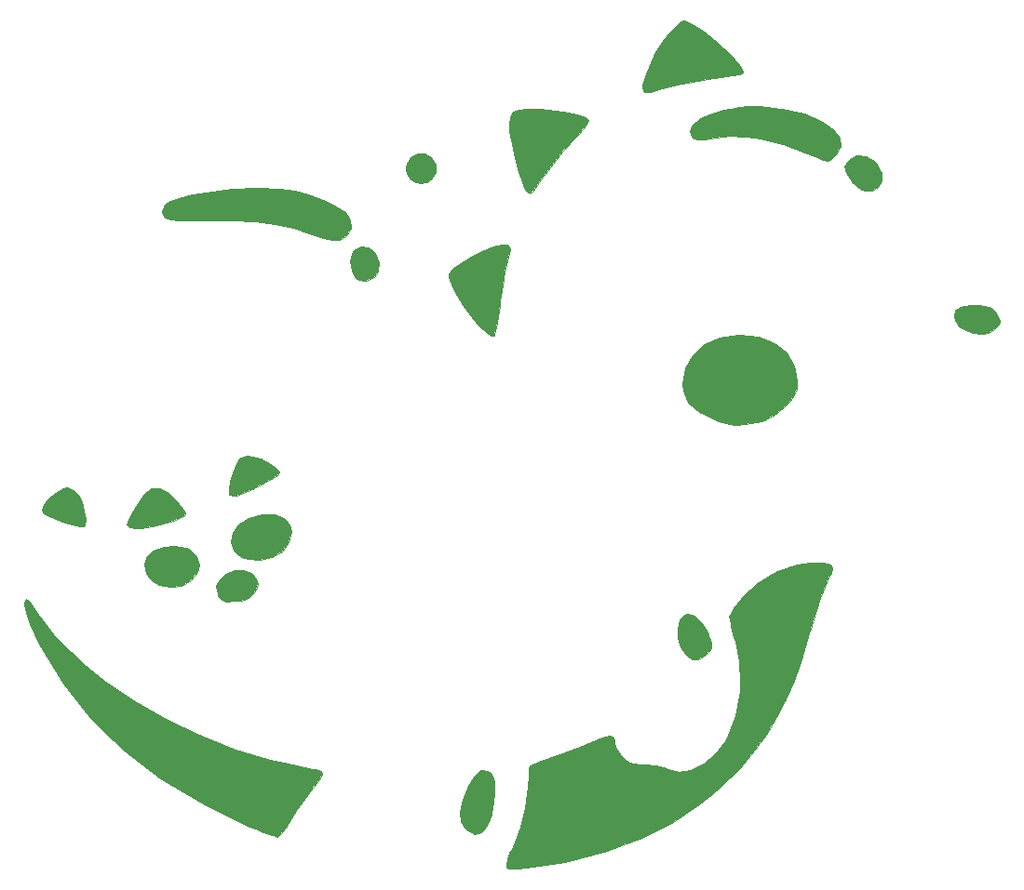
<source format=gbr>
G04 #@! TF.GenerationSoftware,KiCad,Pcbnew,5.1.3-ffb9f22~84~ubuntu18.04.1*
G04 #@! TF.CreationDate,2019-09-02T17:53:29+02:00*
G04 #@! TF.ProjectId,drac_badge,64726163-5f62-4616-9467-652e6b696361,rev?*
G04 #@! TF.SameCoordinates,Original*
G04 #@! TF.FileFunction,Soldermask,Top*
G04 #@! TF.FilePolarity,Negative*
%FSLAX46Y46*%
G04 Gerber Fmt 4.6, Leading zero omitted, Abs format (unit mm)*
G04 Created by KiCad (PCBNEW 5.1.3-ffb9f22~84~ubuntu18.04.1) date 2019-09-02 17:53:29*
%MOMM*%
%LPD*%
G04 APERTURE LIST*
%ADD10C,0.010000*%
%ADD11C,0.100000*%
G04 APERTURE END LIST*
D10*
G36*
X65075263Y-4975730D02*
G01*
X65791403Y-5341480D01*
X66681134Y-5919857D01*
X67640501Y-6629828D01*
X68565544Y-7390359D01*
X69352308Y-8120415D01*
X69896833Y-8738964D01*
X70095263Y-9158562D01*
X69843697Y-9496021D01*
X69137396Y-9722745D01*
X68048954Y-9816692D01*
X67923757Y-9817928D01*
X67245172Y-9885516D01*
X66218805Y-10064043D01*
X65012353Y-10322233D01*
X64320415Y-10490000D01*
X63045439Y-10811578D01*
X62194769Y-11015024D01*
X61674457Y-11113957D01*
X61390557Y-11122000D01*
X61249122Y-11052773D01*
X61172619Y-10946385D01*
X61170626Y-10506251D01*
X61424055Y-9750264D01*
X61868363Y-8791016D01*
X62439004Y-7741100D01*
X63071435Y-6713107D01*
X63701111Y-5819630D01*
X64263489Y-5173261D01*
X64636672Y-4903641D01*
X65075263Y-4975730D01*
X65075263Y-4975730D01*
G37*
X65075263Y-4975730D02*
X65791403Y-5341480D01*
X66681134Y-5919857D01*
X67640501Y-6629828D01*
X68565544Y-7390359D01*
X69352308Y-8120415D01*
X69896833Y-8738964D01*
X70095263Y-9158562D01*
X69843697Y-9496021D01*
X69137396Y-9722745D01*
X68048954Y-9816692D01*
X67923757Y-9817928D01*
X67245172Y-9885516D01*
X66218805Y-10064043D01*
X65012353Y-10322233D01*
X64320415Y-10490000D01*
X63045439Y-10811578D01*
X62194769Y-11015024D01*
X61674457Y-11113957D01*
X61390557Y-11122000D01*
X61249122Y-11052773D01*
X61172619Y-10946385D01*
X61170626Y-10506251D01*
X61424055Y-9750264D01*
X61868363Y-8791016D01*
X62439004Y-7741100D01*
X63071435Y-6713107D01*
X63701111Y-5819630D01*
X64263489Y-5173261D01*
X64636672Y-4903641D01*
X65075263Y-4975730D01*
G36*
X73794522Y-12780723D02*
G01*
X75404503Y-13121942D01*
X75818240Y-13258022D01*
X77374874Y-13939163D01*
X78459247Y-14669810D01*
X79056397Y-15429987D01*
X79151364Y-16199716D01*
X78729185Y-16959019D01*
X78651053Y-17040526D01*
X78272719Y-17391326D01*
X77944980Y-17525818D01*
X77503250Y-17442625D01*
X76782942Y-17140367D01*
X76523035Y-17022694D01*
X73853584Y-15985800D01*
X71406661Y-15405666D01*
X69139757Y-15274617D01*
X67712580Y-15432030D01*
X66740747Y-15585353D01*
X66143367Y-15603854D01*
X65776036Y-15482055D01*
X65619044Y-15352578D01*
X65385011Y-14826643D01*
X65666118Y-14256072D01*
X66446737Y-13661282D01*
X67210382Y-13273244D01*
X68533915Y-12872113D01*
X70187161Y-12656113D01*
X71998052Y-12625548D01*
X73794522Y-12780723D01*
X73794522Y-12780723D01*
G37*
X73794522Y-12780723D02*
X75404503Y-13121942D01*
X75818240Y-13258022D01*
X77374874Y-13939163D01*
X78459247Y-14669810D01*
X79056397Y-15429987D01*
X79151364Y-16199716D01*
X78729185Y-16959019D01*
X78651053Y-17040526D01*
X78272719Y-17391326D01*
X77944980Y-17525818D01*
X77503250Y-17442625D01*
X76782942Y-17140367D01*
X76523035Y-17022694D01*
X73853584Y-15985800D01*
X71406661Y-15405666D01*
X69139757Y-15274617D01*
X67712580Y-15432030D01*
X66740747Y-15585353D01*
X66143367Y-15603854D01*
X65776036Y-15482055D01*
X65619044Y-15352578D01*
X65385011Y-14826643D01*
X65666118Y-14256072D01*
X66446737Y-13661282D01*
X67210382Y-13273244D01*
X68533915Y-12872113D01*
X70187161Y-12656113D01*
X71998052Y-12625548D01*
X73794522Y-12780723D01*
G36*
X81432067Y-17110285D02*
G01*
X82194725Y-17547329D01*
X82374805Y-17745004D01*
X82840790Y-18620247D01*
X82868899Y-19376561D01*
X82553880Y-19942490D01*
X81990483Y-20246582D01*
X81273457Y-20217383D01*
X80497550Y-19783437D01*
X80145346Y-19426328D01*
X79608527Y-18664852D01*
X79491608Y-18085326D01*
X79777179Y-17561957D01*
X79873308Y-17460677D01*
X80596253Y-17074353D01*
X81432067Y-17110285D01*
X81432067Y-17110285D01*
G37*
X81432067Y-17110285D02*
X82194725Y-17547329D01*
X82374805Y-17745004D01*
X82840790Y-18620247D01*
X82868899Y-19376561D01*
X82553880Y-19942490D01*
X81990483Y-20246582D01*
X81273457Y-20217383D01*
X80497550Y-19783437D01*
X80145346Y-19426328D01*
X79608527Y-18664852D01*
X79491608Y-18085326D01*
X79777179Y-17561957D01*
X79873308Y-17460677D01*
X80596253Y-17074353D01*
X81432067Y-17110285D01*
G36*
X51902129Y-12803009D02*
G01*
X53251585Y-12943465D01*
X53935902Y-13055665D01*
X55168830Y-13300855D01*
X55901415Y-13539932D01*
X56160616Y-13855641D01*
X55973391Y-14330724D01*
X55366699Y-15047927D01*
X54783949Y-15658523D01*
X53858623Y-16678269D01*
X52945593Y-17786528D01*
X52211465Y-18778776D01*
X52079115Y-18978947D01*
X51547876Y-19751299D01*
X51097298Y-20303254D01*
X50824223Y-20516298D01*
X50822878Y-20516316D01*
X50557033Y-20292868D01*
X50230112Y-19736161D01*
X50138301Y-19530784D01*
X49807491Y-18563224D01*
X49480770Y-17320550D01*
X49203996Y-16012633D01*
X49023027Y-14849343D01*
X48977801Y-14219790D01*
X49073828Y-13531724D01*
X49294000Y-13083474D01*
X49802427Y-12873738D01*
X50712107Y-12780008D01*
X51902129Y-12803009D01*
X51902129Y-12803009D01*
G37*
X51902129Y-12803009D02*
X53251585Y-12943465D01*
X53935902Y-13055665D01*
X55168830Y-13300855D01*
X55901415Y-13539932D01*
X56160616Y-13855641D01*
X55973391Y-14330724D01*
X55366699Y-15047927D01*
X54783949Y-15658523D01*
X53858623Y-16678269D01*
X52945593Y-17786528D01*
X52211465Y-18778776D01*
X52079115Y-18978947D01*
X51547876Y-19751299D01*
X51097298Y-20303254D01*
X50824223Y-20516298D01*
X50822878Y-20516316D01*
X50557033Y-20292868D01*
X50230112Y-19736161D01*
X50138301Y-19530784D01*
X49807491Y-18563224D01*
X49480770Y-17320550D01*
X49203996Y-16012633D01*
X49023027Y-14849343D01*
X48977801Y-14219790D01*
X49073828Y-13531724D01*
X49294000Y-13083474D01*
X49802427Y-12873738D01*
X50712107Y-12780008D01*
X51902129Y-12803009D01*
G36*
X28186976Y-20085773D02*
G01*
X29508945Y-20283777D01*
X30732691Y-20624695D01*
X32033157Y-21114180D01*
X33212831Y-21668698D01*
X34074203Y-22204716D01*
X34100790Y-22225834D01*
X34503337Y-22837639D01*
X34569393Y-23596808D01*
X34297273Y-24266119D01*
X34116530Y-24439149D01*
X33586160Y-24701912D01*
X32929312Y-24740396D01*
X32021068Y-24545961D01*
X31059474Y-24227664D01*
X29316738Y-23667785D01*
X27637744Y-23283980D01*
X25868067Y-23054956D01*
X23853288Y-22959421D01*
X21907800Y-22965798D01*
X20221951Y-22985188D01*
X19002712Y-22958976D01*
X18182810Y-22871775D01*
X17694972Y-22708198D01*
X17471925Y-22452856D01*
X17446397Y-22090363D01*
X17468722Y-21950436D01*
X17669672Y-21550145D01*
X18148319Y-21213944D01*
X18973305Y-20914997D01*
X20213271Y-20626472D01*
X21414483Y-20407929D01*
X23794774Y-20104667D01*
X26103646Y-19996493D01*
X28186976Y-20085773D01*
X28186976Y-20085773D01*
G37*
X28186976Y-20085773D02*
X29508945Y-20283777D01*
X30732691Y-20624695D01*
X32033157Y-21114180D01*
X33212831Y-21668698D01*
X34074203Y-22204716D01*
X34100790Y-22225834D01*
X34503337Y-22837639D01*
X34569393Y-23596808D01*
X34297273Y-24266119D01*
X34116530Y-24439149D01*
X33586160Y-24701912D01*
X32929312Y-24740396D01*
X32021068Y-24545961D01*
X31059474Y-24227664D01*
X29316738Y-23667785D01*
X27637744Y-23283980D01*
X25868067Y-23054956D01*
X23853288Y-22959421D01*
X21907800Y-22965798D01*
X20221951Y-22985188D01*
X19002712Y-22958976D01*
X18182810Y-22871775D01*
X17694972Y-22708198D01*
X17471925Y-22452856D01*
X17446397Y-22090363D01*
X17468722Y-21950436D01*
X17669672Y-21550145D01*
X18148319Y-21213944D01*
X18973305Y-20914997D01*
X20213271Y-20626472D01*
X21414483Y-20407929D01*
X23794774Y-20104667D01*
X26103646Y-19996493D01*
X28186976Y-20085773D01*
G36*
X36207918Y-25453692D02*
G01*
X36792734Y-25923175D01*
X37170049Y-26808559D01*
X37067029Y-27627001D01*
X36720000Y-28094877D01*
X35986845Y-28499145D01*
X35282894Y-28373243D01*
X34955414Y-28117218D01*
X34646480Y-27519631D01*
X34545729Y-26718901D01*
X34663601Y-25974439D01*
X34856105Y-25649790D01*
X35487066Y-25349781D01*
X36207918Y-25453692D01*
X36207918Y-25453692D01*
G37*
X36207918Y-25453692D02*
X36792734Y-25923175D01*
X37170049Y-26808559D01*
X37067029Y-27627001D01*
X36720000Y-28094877D01*
X35986845Y-28499145D01*
X35282894Y-28373243D01*
X34955414Y-28117218D01*
X34646480Y-27519631D01*
X34545729Y-26718901D01*
X34663601Y-25974439D01*
X34856105Y-25649790D01*
X35487066Y-25349781D01*
X36207918Y-25453692D01*
G36*
X91783222Y-30696519D02*
G01*
X92566040Y-30836638D01*
X92807701Y-30936257D01*
X93378529Y-31485559D01*
X93479769Y-32199258D01*
X93345950Y-32567264D01*
X92992865Y-32921677D01*
X92344914Y-33059288D01*
X91943225Y-33065684D01*
X91080334Y-32999582D01*
X90358098Y-32857075D01*
X90238249Y-32815629D01*
X89681709Y-32373230D01*
X89436029Y-31740919D01*
X89575197Y-31129550D01*
X89623806Y-31064538D01*
X90101481Y-30818955D01*
X90891494Y-30693454D01*
X91783222Y-30696519D01*
X91783222Y-30696519D01*
G37*
X91783222Y-30696519D02*
X92566040Y-30836638D01*
X92807701Y-30936257D01*
X93378529Y-31485559D01*
X93479769Y-32199258D01*
X93345950Y-32567264D01*
X92992865Y-32921677D01*
X92344914Y-33059288D01*
X91943225Y-33065684D01*
X91080334Y-32999582D01*
X90358098Y-32857075D01*
X90238249Y-32815629D01*
X89681709Y-32373230D01*
X89436029Y-31740919D01*
X89575197Y-31129550D01*
X89623806Y-31064538D01*
X90101481Y-30818955D01*
X90891494Y-30693454D01*
X91783222Y-30696519D01*
G36*
X48795752Y-25141489D02*
G01*
X48996724Y-25297177D01*
X49033798Y-25636225D01*
X48907464Y-26292504D01*
X48801523Y-26711331D01*
X48598935Y-27640841D01*
X48381281Y-28882742D01*
X48185874Y-30217259D01*
X48128363Y-30676316D01*
X47975357Y-31801303D01*
X47813002Y-32728265D01*
X47666051Y-33326255D01*
X47600697Y-33467555D01*
X47302991Y-33429663D01*
X46757780Y-33031730D01*
X46224203Y-32518311D01*
X45493774Y-31664911D01*
X44783810Y-30680619D01*
X44163100Y-29682102D01*
X43700432Y-28786030D01*
X43464597Y-28109070D01*
X43466049Y-27840438D01*
X43835753Y-27392193D01*
X44563597Y-26851575D01*
X45514229Y-26287126D01*
X46552300Y-25767388D01*
X47542456Y-25360902D01*
X48349348Y-25136210D01*
X48795752Y-25141489D01*
X48795752Y-25141489D01*
G37*
X48795752Y-25141489D02*
X48996724Y-25297177D01*
X49033798Y-25636225D01*
X48907464Y-26292504D01*
X48801523Y-26711331D01*
X48598935Y-27640841D01*
X48381281Y-28882742D01*
X48185874Y-30217259D01*
X48128363Y-30676316D01*
X47975357Y-31801303D01*
X47813002Y-32728265D01*
X47666051Y-33326255D01*
X47600697Y-33467555D01*
X47302991Y-33429663D01*
X46757780Y-33031730D01*
X46224203Y-32518311D01*
X45493774Y-31664911D01*
X44783810Y-30680619D01*
X44163100Y-29682102D01*
X43700432Y-28786030D01*
X43464597Y-28109070D01*
X43466049Y-27840438D01*
X43835753Y-27392193D01*
X44563597Y-26851575D01*
X45514229Y-26287126D01*
X46552300Y-25767388D01*
X47542456Y-25360902D01*
X48349348Y-25136210D01*
X48795752Y-25141489D01*
G36*
X25626502Y-44426988D02*
G01*
X26379848Y-44678173D01*
X27150993Y-45063918D01*
X27779168Y-45487716D01*
X28103606Y-45853062D01*
X28118421Y-45922827D01*
X27895358Y-46148594D01*
X27317011Y-46515504D01*
X26519647Y-46954170D01*
X25639530Y-47395204D01*
X24812926Y-47769219D01*
X24176101Y-48006826D01*
X23930691Y-48055263D01*
X23538327Y-47915486D01*
X23487407Y-47854737D01*
X23468198Y-47439587D01*
X23609568Y-46725087D01*
X23854808Y-45900488D01*
X24147212Y-45155038D01*
X24430070Y-44677988D01*
X24443490Y-44664029D01*
X25076474Y-44380038D01*
X25626502Y-44426988D01*
X25626502Y-44426988D01*
G37*
X25626502Y-44426988D02*
X26379848Y-44678173D01*
X27150993Y-45063918D01*
X27779168Y-45487716D01*
X28103606Y-45853062D01*
X28118421Y-45922827D01*
X27895358Y-46148594D01*
X27317011Y-46515504D01*
X26519647Y-46954170D01*
X25639530Y-47395204D01*
X24812926Y-47769219D01*
X24176101Y-48006826D01*
X23930691Y-48055263D01*
X23538327Y-47915486D01*
X23487407Y-47854737D01*
X23468198Y-47439587D01*
X23609568Y-46725087D01*
X23854808Y-45900488D01*
X24147212Y-45155038D01*
X24430070Y-44677988D01*
X24443490Y-44664029D01*
X25076474Y-44380038D01*
X25626502Y-44426988D01*
G36*
X17988075Y-47798715D02*
G01*
X18529393Y-48265237D01*
X19215127Y-49002171D01*
X19505103Y-49548878D01*
X19496144Y-49714458D01*
X19167358Y-49978522D01*
X18457916Y-50278369D01*
X17516129Y-50571437D01*
X16490307Y-50815168D01*
X15528762Y-50966999D01*
X15029262Y-50996316D01*
X14424969Y-50894768D01*
X14215263Y-50650278D01*
X14344843Y-50251844D01*
X14682136Y-49560979D01*
X15085148Y-48845541D01*
X15792888Y-47836847D01*
X16458959Y-47335186D01*
X17163856Y-47326996D01*
X17988075Y-47798715D01*
X17988075Y-47798715D01*
G37*
X17988075Y-47798715D02*
X18529393Y-48265237D01*
X19215127Y-49002171D01*
X19505103Y-49548878D01*
X19496144Y-49714458D01*
X19167358Y-49978522D01*
X18457916Y-50278369D01*
X17516129Y-50571437D01*
X16490307Y-50815168D01*
X15528762Y-50966999D01*
X15029262Y-50996316D01*
X14424969Y-50894768D01*
X14215263Y-50650278D01*
X14344843Y-50251844D01*
X14682136Y-49560979D01*
X15085148Y-48845541D01*
X15792888Y-47836847D01*
X16458959Y-47335186D01*
X17163856Y-47326996D01*
X17988075Y-47798715D01*
G36*
X9400658Y-47479841D02*
G01*
X9821596Y-47911392D01*
X10123229Y-48559028D01*
X10338609Y-49357424D01*
X10437499Y-50122172D01*
X10389663Y-50668865D01*
X10296229Y-50806086D01*
X9940291Y-50800542D01*
X9234464Y-50645392D01*
X8331249Y-50374191D01*
X8327253Y-50372855D01*
X7333014Y-49981651D01*
X6699785Y-49608014D01*
X6517065Y-49368092D01*
X6658050Y-48887896D01*
X7118991Y-48296646D01*
X7748523Y-47735880D01*
X8395285Y-47347135D01*
X8778804Y-47253158D01*
X9400658Y-47479841D01*
X9400658Y-47479841D01*
G37*
X9400658Y-47479841D02*
X9821596Y-47911392D01*
X10123229Y-48559028D01*
X10338609Y-49357424D01*
X10437499Y-50122172D01*
X10389663Y-50668865D01*
X10296229Y-50806086D01*
X9940291Y-50800542D01*
X9234464Y-50645392D01*
X8331249Y-50374191D01*
X8327253Y-50372855D01*
X7333014Y-49981651D01*
X6699785Y-49608014D01*
X6517065Y-49368092D01*
X6658050Y-48887896D01*
X7118991Y-48296646D01*
X7748523Y-47735880D01*
X8395285Y-47347135D01*
X8778804Y-47253158D01*
X9400658Y-47479841D01*
G36*
X65837480Y-58979071D02*
G01*
X66466943Y-59571699D01*
X66996649Y-60386009D01*
X67136401Y-60705827D01*
X67371314Y-61433643D01*
X67348453Y-61903000D01*
X67036251Y-62339972D01*
X66886842Y-62493158D01*
X66202354Y-62960701D01*
X65554865Y-62906936D01*
X65043542Y-62521437D01*
X64584950Y-61823447D01*
X64347107Y-60966657D01*
X64322448Y-60092370D01*
X64503408Y-59341890D01*
X64882424Y-58856524D01*
X65245433Y-58750000D01*
X65837480Y-58979071D01*
X65837480Y-58979071D01*
G37*
X65837480Y-58979071D02*
X66466943Y-59571699D01*
X66996649Y-60386009D01*
X67136401Y-60705827D01*
X67371314Y-61433643D01*
X67348453Y-61903000D01*
X67036251Y-62339972D01*
X66886842Y-62493158D01*
X66202354Y-62960701D01*
X65554865Y-62906936D01*
X65043542Y-62521437D01*
X64584950Y-61823447D01*
X64347107Y-60966657D01*
X64322448Y-60092370D01*
X64503408Y-59341890D01*
X64882424Y-58856524D01*
X65245433Y-58750000D01*
X65837480Y-58979071D01*
G36*
X47042763Y-73070719D02*
G01*
X47282076Y-73226746D01*
X47501978Y-73519625D01*
X47603449Y-74011047D01*
X47601476Y-74827570D01*
X47555910Y-75538948D01*
X47341166Y-77032060D01*
X46968948Y-78088024D01*
X46460584Y-78684816D01*
X45837400Y-78800414D01*
X45120721Y-78412794D01*
X44937576Y-78242840D01*
X44584596Y-77655197D01*
X44533207Y-76847464D01*
X44789977Y-75747675D01*
X45282256Y-74466659D01*
X45829888Y-73509320D01*
X46427674Y-73037217D01*
X47042763Y-73070719D01*
X47042763Y-73070719D01*
G37*
X47042763Y-73070719D02*
X47282076Y-73226746D01*
X47501978Y-73519625D01*
X47603449Y-74011047D01*
X47601476Y-74827570D01*
X47555910Y-75538948D01*
X47341166Y-77032060D01*
X46968948Y-78088024D01*
X46460584Y-78684816D01*
X45837400Y-78800414D01*
X45120721Y-78412794D01*
X44937576Y-78242840D01*
X44584596Y-77655197D01*
X44533207Y-76847464D01*
X44789977Y-75747675D01*
X45282256Y-74466659D01*
X45829888Y-73509320D01*
X46427674Y-73037217D01*
X47042763Y-73070719D01*
G36*
X5275743Y-57631840D02*
G01*
X5720292Y-58181964D01*
X6266901Y-58956946D01*
X6327895Y-59048835D01*
X7878672Y-61026477D01*
X9886145Y-62997107D01*
X12273737Y-64914166D01*
X14964873Y-66731098D01*
X17882976Y-68401343D01*
X20951469Y-69878346D01*
X24093775Y-71115547D01*
X27233319Y-72066389D01*
X28070119Y-72267874D01*
X29277888Y-72533045D01*
X30322594Y-72746197D01*
X31075651Y-72882054D01*
X31377905Y-72918104D01*
X31881426Y-73052433D01*
X31939224Y-73453786D01*
X31550040Y-74131378D01*
X31144959Y-74625194D01*
X30451141Y-75503121D01*
X29700539Y-76587856D01*
X29187895Y-77419977D01*
X28670117Y-78229846D01*
X28195239Y-78811243D01*
X27862207Y-79043947D01*
X27851053Y-79044272D01*
X27431231Y-78938556D01*
X26666383Y-78665926D01*
X25699312Y-78278486D01*
X25377164Y-78141654D01*
X21107070Y-76071300D01*
X17265000Y-73726310D01*
X13861945Y-71116458D01*
X10908891Y-68251521D01*
X8416829Y-65141276D01*
X6396748Y-61795498D01*
X5926160Y-60836978D01*
X5424938Y-59668440D01*
X5075434Y-58657005D01*
X4901970Y-57894835D01*
X4928870Y-57474090D01*
X5024474Y-57420532D01*
X5275743Y-57631840D01*
X5275743Y-57631840D01*
G37*
X5275743Y-57631840D02*
X5720292Y-58181964D01*
X6266901Y-58956946D01*
X6327895Y-59048835D01*
X7878672Y-61026477D01*
X9886145Y-62997107D01*
X12273737Y-64914166D01*
X14964873Y-66731098D01*
X17882976Y-68401343D01*
X20951469Y-69878346D01*
X24093775Y-71115547D01*
X27233319Y-72066389D01*
X28070119Y-72267874D01*
X29277888Y-72533045D01*
X30322594Y-72746197D01*
X31075651Y-72882054D01*
X31377905Y-72918104D01*
X31881426Y-73052433D01*
X31939224Y-73453786D01*
X31550040Y-74131378D01*
X31144959Y-74625194D01*
X30451141Y-75503121D01*
X29700539Y-76587856D01*
X29187895Y-77419977D01*
X28670117Y-78229846D01*
X28195239Y-78811243D01*
X27862207Y-79043947D01*
X27851053Y-79044272D01*
X27431231Y-78938556D01*
X26666383Y-78665926D01*
X25699312Y-78278486D01*
X25377164Y-78141654D01*
X21107070Y-76071300D01*
X17265000Y-73726310D01*
X13861945Y-71116458D01*
X10908891Y-68251521D01*
X8416829Y-65141276D01*
X6396748Y-61795498D01*
X5926160Y-60836978D01*
X5424938Y-59668440D01*
X5075434Y-58657005D01*
X4901970Y-57894835D01*
X4928870Y-57474090D01*
X5024474Y-57420532D01*
X5275743Y-57631840D01*
G36*
X77555551Y-54121049D02*
G01*
X78181458Y-54251568D01*
X78394864Y-54552114D01*
X78255633Y-55081843D01*
X77985480Y-55611503D01*
X77684399Y-56283458D01*
X77290966Y-57341920D01*
X76850288Y-58656630D01*
X76407477Y-60097330D01*
X76282743Y-60528377D01*
X75570916Y-62889025D01*
X74878642Y-64858228D01*
X74146063Y-66573352D01*
X73313320Y-68171759D01*
X72320557Y-69790814D01*
X72102000Y-70122481D01*
X70003810Y-72800997D01*
X67485584Y-75188391D01*
X64590159Y-77261297D01*
X61360370Y-78996348D01*
X57839055Y-80370177D01*
X54069051Y-81359416D01*
X50510526Y-81900401D01*
X49547519Y-81983538D01*
X49001019Y-81974767D01*
X48758137Y-81857566D01*
X48705790Y-81636271D01*
X48822653Y-81122271D01*
X49113442Y-80397744D01*
X49215965Y-80187618D01*
X49913147Y-78474750D01*
X50432101Y-76505786D01*
X50703002Y-74548265D01*
X50707831Y-74471646D01*
X50762908Y-73567700D01*
X50806265Y-72891128D01*
X50826540Y-72612358D01*
X51071978Y-72457162D01*
X51704788Y-72205288D01*
X52597978Y-71906264D01*
X52783158Y-71849264D01*
X54058793Y-71423587D01*
X55426908Y-70908485D01*
X56423008Y-70489374D01*
X57463176Y-70053952D01*
X58119615Y-69888912D01*
X58470482Y-69995176D01*
X58593931Y-70373669D01*
X58598421Y-70515080D01*
X58765513Y-71046831D01*
X59174689Y-71686090D01*
X59243788Y-71769301D01*
X59713877Y-72223516D01*
X60241183Y-72448185D01*
X61035266Y-72519457D01*
X61315894Y-72522268D01*
X62262882Y-72591350D01*
X63082052Y-72764189D01*
X63382753Y-72886513D01*
X64382440Y-73162722D01*
X65502897Y-72999919D01*
X66648235Y-72447969D01*
X67722564Y-71556738D01*
X68629994Y-70376091D01*
X68806545Y-70065981D01*
X69604984Y-68047343D01*
X70004995Y-65813931D01*
X69996051Y-63519037D01*
X69567627Y-61315956D01*
X69435063Y-60912249D01*
X69120518Y-59839991D01*
X69092157Y-59019585D01*
X69389907Y-58267502D01*
X70053692Y-57400214D01*
X70246375Y-57182881D01*
X71701515Y-55871678D01*
X73373824Y-54876470D01*
X75124564Y-54266092D01*
X76457277Y-54101402D01*
X77555551Y-54121049D01*
X77555551Y-54121049D01*
G37*
X77555551Y-54121049D02*
X78181458Y-54251568D01*
X78394864Y-54552114D01*
X78255633Y-55081843D01*
X77985480Y-55611503D01*
X77684399Y-56283458D01*
X77290966Y-57341920D01*
X76850288Y-58656630D01*
X76407477Y-60097330D01*
X76282743Y-60528377D01*
X75570916Y-62889025D01*
X74878642Y-64858228D01*
X74146063Y-66573352D01*
X73313320Y-68171759D01*
X72320557Y-69790814D01*
X72102000Y-70122481D01*
X70003810Y-72800997D01*
X67485584Y-75188391D01*
X64590159Y-77261297D01*
X61360370Y-78996348D01*
X57839055Y-80370177D01*
X54069051Y-81359416D01*
X50510526Y-81900401D01*
X49547519Y-81983538D01*
X49001019Y-81974767D01*
X48758137Y-81857566D01*
X48705790Y-81636271D01*
X48822653Y-81122271D01*
X49113442Y-80397744D01*
X49215965Y-80187618D01*
X49913147Y-78474750D01*
X50432101Y-76505786D01*
X50703002Y-74548265D01*
X50707831Y-74471646D01*
X50762908Y-73567700D01*
X50806265Y-72891128D01*
X50826540Y-72612358D01*
X51071978Y-72457162D01*
X51704788Y-72205288D01*
X52597978Y-71906264D01*
X52783158Y-71849264D01*
X54058793Y-71423587D01*
X55426908Y-70908485D01*
X56423008Y-70489374D01*
X57463176Y-70053952D01*
X58119615Y-69888912D01*
X58470482Y-69995176D01*
X58593931Y-70373669D01*
X58598421Y-70515080D01*
X58765513Y-71046831D01*
X59174689Y-71686090D01*
X59243788Y-71769301D01*
X59713877Y-72223516D01*
X60241183Y-72448185D01*
X61035266Y-72519457D01*
X61315894Y-72522268D01*
X62262882Y-72591350D01*
X63082052Y-72764189D01*
X63382753Y-72886513D01*
X64382440Y-73162722D01*
X65502897Y-72999919D01*
X66648235Y-72447969D01*
X67722564Y-71556738D01*
X68629994Y-70376091D01*
X68806545Y-70065981D01*
X69604984Y-68047343D01*
X70004995Y-65813931D01*
X69996051Y-63519037D01*
X69567627Y-61315956D01*
X69435063Y-60912249D01*
X69120518Y-59839991D01*
X69092157Y-59019585D01*
X69389907Y-58267502D01*
X70053692Y-57400214D01*
X70246375Y-57182881D01*
X71701515Y-55871678D01*
X73373824Y-54876470D01*
X75124564Y-54266092D01*
X76457277Y-54101402D01*
X77555551Y-54121049D01*
G36*
X65345876Y-4933902D02*
G01*
X65921416Y-5231365D01*
X66585297Y-5663866D01*
X67387153Y-6302946D01*
X68235847Y-7059387D01*
X69040243Y-7843974D01*
X69709203Y-8567491D01*
X70151590Y-9140722D01*
X70276268Y-9474450D01*
X70269806Y-9488100D01*
X69943537Y-9636297D01*
X69231473Y-9788220D01*
X68281442Y-9913073D01*
X68185567Y-9922279D01*
X67038329Y-10073780D01*
X65648587Y-10322609D01*
X64200567Y-10629199D01*
X62878499Y-10953982D01*
X61866611Y-11257389D01*
X61721220Y-11310659D01*
X61282085Y-11296640D01*
X61153499Y-11182818D01*
X61099466Y-10654546D01*
X61313329Y-9816686D01*
X61737394Y-8783835D01*
X62313963Y-7670591D01*
X62985342Y-6591550D01*
X63693833Y-5661308D01*
X64189669Y-5152309D01*
X64567070Y-4848918D01*
X64889426Y-4773238D01*
X65345876Y-4933902D01*
X65345876Y-4933902D01*
G37*
X65345876Y-4933902D02*
X65921416Y-5231365D01*
X66585297Y-5663866D01*
X67387153Y-6302946D01*
X68235847Y-7059387D01*
X69040243Y-7843974D01*
X69709203Y-8567491D01*
X70151590Y-9140722D01*
X70276268Y-9474450D01*
X70269806Y-9488100D01*
X69943537Y-9636297D01*
X69231473Y-9788220D01*
X68281442Y-9913073D01*
X68185567Y-9922279D01*
X67038329Y-10073780D01*
X65648587Y-10322609D01*
X64200567Y-10629199D01*
X62878499Y-10953982D01*
X61866611Y-11257389D01*
X61721220Y-11310659D01*
X61282085Y-11296640D01*
X61153499Y-11182818D01*
X61099466Y-10654546D01*
X61313329Y-9816686D01*
X61737394Y-8783835D01*
X62313963Y-7670591D01*
X62985342Y-6591550D01*
X63693833Y-5661308D01*
X64189669Y-5152309D01*
X64567070Y-4848918D01*
X64889426Y-4773238D01*
X65345876Y-4933902D01*
G36*
X71742792Y-12570788D02*
G01*
X72996404Y-12713830D01*
X74750130Y-13045534D01*
X76278584Y-13522873D01*
X77530043Y-14109694D01*
X78452786Y-14769842D01*
X78995091Y-15467163D01*
X79105236Y-16165503D01*
X78792064Y-16765062D01*
X78066227Y-17229212D01*
X77168201Y-17195939D01*
X76476729Y-16904085D01*
X75905176Y-16657446D01*
X74981529Y-16326250D01*
X73869288Y-15967737D01*
X73401993Y-15827683D01*
X72106027Y-15479882D01*
X71010011Y-15281041D01*
X69875315Y-15202325D01*
X68463307Y-15214902D01*
X68357369Y-15218157D01*
X67140001Y-15249153D01*
X66360353Y-15239226D01*
X65922028Y-15173183D01*
X65728629Y-15035831D01*
X65683759Y-14811976D01*
X65683684Y-14796749D01*
X65946403Y-14176725D01*
X66718059Y-13605364D01*
X67973902Y-13097843D01*
X68852193Y-12853825D01*
X69885881Y-12632090D01*
X70774843Y-12540263D01*
X71742792Y-12570788D01*
X71742792Y-12570788D01*
G37*
X71742792Y-12570788D02*
X72996404Y-12713830D01*
X74750130Y-13045534D01*
X76278584Y-13522873D01*
X77530043Y-14109694D01*
X78452786Y-14769842D01*
X78995091Y-15467163D01*
X79105236Y-16165503D01*
X78792064Y-16765062D01*
X78066227Y-17229212D01*
X77168201Y-17195939D01*
X76476729Y-16904085D01*
X75905176Y-16657446D01*
X74981529Y-16326250D01*
X73869288Y-15967737D01*
X73401993Y-15827683D01*
X72106027Y-15479882D01*
X71010011Y-15281041D01*
X69875315Y-15202325D01*
X68463307Y-15214902D01*
X68357369Y-15218157D01*
X67140001Y-15249153D01*
X66360353Y-15239226D01*
X65922028Y-15173183D01*
X65728629Y-15035831D01*
X65683759Y-14811976D01*
X65683684Y-14796749D01*
X65946403Y-14176725D01*
X66718059Y-13605364D01*
X67973902Y-13097843D01*
X68852193Y-12853825D01*
X69885881Y-12632090D01*
X70774843Y-12540263D01*
X71742792Y-12570788D01*
G36*
X52623759Y-13080480D02*
G01*
X53742020Y-13189832D01*
X54275190Y-13277045D01*
X55217726Y-13506580D01*
X55695429Y-13789574D01*
X55721986Y-14201450D01*
X55311087Y-14817634D01*
X54679577Y-15505289D01*
X53773884Y-16502211D01*
X52825601Y-17640165D01*
X52209223Y-18444211D01*
X51529313Y-19338693D01*
X51058209Y-19818645D01*
X50724301Y-19924852D01*
X50455982Y-19698099D01*
X50342428Y-19507435D01*
X50001420Y-18675118D01*
X49694943Y-17583646D01*
X49446346Y-16376535D01*
X49278977Y-15197299D01*
X49216185Y-14189455D01*
X49281318Y-13496519D01*
X49340898Y-13351270D01*
X49708553Y-13181472D01*
X50469759Y-13078365D01*
X51487249Y-13044012D01*
X52623759Y-13080480D01*
X52623759Y-13080480D01*
G37*
X52623759Y-13080480D02*
X53742020Y-13189832D01*
X54275190Y-13277045D01*
X55217726Y-13506580D01*
X55695429Y-13789574D01*
X55721986Y-14201450D01*
X55311087Y-14817634D01*
X54679577Y-15505289D01*
X53773884Y-16502211D01*
X52825601Y-17640165D01*
X52209223Y-18444211D01*
X51529313Y-19338693D01*
X51058209Y-19818645D01*
X50724301Y-19924852D01*
X50455982Y-19698099D01*
X50342428Y-19507435D01*
X50001420Y-18675118D01*
X49694943Y-17583646D01*
X49446346Y-16376535D01*
X49278977Y-15197299D01*
X49216185Y-14189455D01*
X49281318Y-13496519D01*
X49340898Y-13351270D01*
X49708553Y-13181472D01*
X50469759Y-13078365D01*
X51487249Y-13044012D01*
X52623759Y-13080480D01*
G36*
X81714056Y-17247254D02*
G01*
X82336525Y-17771770D01*
X82733028Y-18470574D01*
X82821652Y-19200162D01*
X82528135Y-19809459D01*
X81806870Y-20207662D01*
X81020448Y-20126806D01*
X80305642Y-19582973D01*
X80274669Y-19544469D01*
X79815325Y-18692607D01*
X79761275Y-17919307D01*
X80082738Y-17335387D01*
X80749934Y-17051667D01*
X80947538Y-17040526D01*
X81714056Y-17247254D01*
X81714056Y-17247254D01*
G37*
X81714056Y-17247254D02*
X82336525Y-17771770D01*
X82733028Y-18470574D01*
X82821652Y-19200162D01*
X82528135Y-19809459D01*
X81806870Y-20207662D01*
X81020448Y-20126806D01*
X80305642Y-19582973D01*
X80274669Y-19544469D01*
X79815325Y-18692607D01*
X79761275Y-17919307D01*
X80082738Y-17335387D01*
X80749934Y-17051667D01*
X80947538Y-17040526D01*
X81714056Y-17247254D01*
G36*
X48609933Y-25411337D02*
G01*
X48640098Y-25729849D01*
X48589116Y-26459857D01*
X48467784Y-27486085D01*
X48323969Y-28464021D01*
X48121689Y-29742913D01*
X47938566Y-30912193D01*
X47798710Y-31817297D01*
X47739061Y-32213684D01*
X47537226Y-32868774D01*
X47175011Y-33036913D01*
X46623061Y-32720709D01*
X46233762Y-32347369D01*
X45693757Y-31690813D01*
X45086221Y-30817959D01*
X44494380Y-29867288D01*
X44001461Y-28977280D01*
X43690693Y-28286415D01*
X43625790Y-28008010D01*
X43850174Y-27621524D01*
X44439969Y-27128883D01*
X45270136Y-26595231D01*
X46215638Y-26085712D01*
X47151436Y-25665467D01*
X47952492Y-25399640D01*
X48493769Y-25353375D01*
X48609933Y-25411337D01*
X48609933Y-25411337D01*
G37*
X48609933Y-25411337D02*
X48640098Y-25729849D01*
X48589116Y-26459857D01*
X48467784Y-27486085D01*
X48323969Y-28464021D01*
X48121689Y-29742913D01*
X47938566Y-30912193D01*
X47798710Y-31817297D01*
X47739061Y-32213684D01*
X47537226Y-32868774D01*
X47175011Y-33036913D01*
X46623061Y-32720709D01*
X46233762Y-32347369D01*
X45693757Y-31690813D01*
X45086221Y-30817959D01*
X44494380Y-29867288D01*
X44001461Y-28977280D01*
X43690693Y-28286415D01*
X43625790Y-28008010D01*
X43850174Y-27621524D01*
X44439969Y-27128883D01*
X45270136Y-26595231D01*
X46215638Y-26085712D01*
X47151436Y-25665467D01*
X47952492Y-25399640D01*
X48493769Y-25353375D01*
X48609933Y-25411337D01*
G36*
X91425286Y-30730301D02*
G01*
X92318488Y-30807367D01*
X92847170Y-30968264D01*
X93181452Y-31286557D01*
X93347419Y-31561475D01*
X93598041Y-32109392D01*
X93521332Y-32461371D01*
X93126169Y-32831475D01*
X92567600Y-33195920D01*
X91980317Y-33301534D01*
X91171562Y-33166290D01*
X90755645Y-33052473D01*
X89925451Y-32632405D01*
X89510424Y-32021658D01*
X89566061Y-31310855D01*
X89620039Y-31198196D01*
X89867043Y-30883556D01*
X90270874Y-30734611D01*
X90985268Y-30711514D01*
X91425286Y-30730301D01*
X91425286Y-30730301D01*
G37*
X91425286Y-30730301D02*
X92318488Y-30807367D01*
X92847170Y-30968264D01*
X93181452Y-31286557D01*
X93347419Y-31561475D01*
X93598041Y-32109392D01*
X93521332Y-32461371D01*
X93126169Y-32831475D01*
X92567600Y-33195920D01*
X91980317Y-33301534D01*
X91171562Y-33166290D01*
X90755645Y-33052473D01*
X89925451Y-32632405D01*
X89510424Y-32021658D01*
X89566061Y-31310855D01*
X89620039Y-31198196D01*
X89867043Y-30883556D01*
X90270874Y-30734611D01*
X90985268Y-30711514D01*
X91425286Y-30730301D01*
G36*
X71693438Y-33550626D02*
G01*
X73105415Y-34118107D01*
X74198284Y-35000850D01*
X74909065Y-36147259D01*
X75174780Y-37505741D01*
X75175263Y-37568930D01*
X75126329Y-38309794D01*
X74914444Y-38881998D01*
X74441979Y-39485893D01*
X74038948Y-39900874D01*
X73120518Y-40686502D01*
X72190121Y-41147421D01*
X71485787Y-41336220D01*
X70434284Y-41540716D01*
X69669283Y-41602432D01*
X68958390Y-41507771D01*
X68069210Y-41243139D01*
X67691354Y-41114228D01*
X66253604Y-40428360D01*
X65285606Y-39533172D01*
X64802808Y-38445652D01*
X64747895Y-37877768D01*
X64993505Y-36446374D01*
X65686453Y-35221818D01*
X66760915Y-34260571D01*
X68151069Y-33619107D01*
X69791091Y-33353899D01*
X70025333Y-33350000D01*
X71693438Y-33550626D01*
X71693438Y-33550626D01*
G37*
X71693438Y-33550626D02*
X73105415Y-34118107D01*
X74198284Y-35000850D01*
X74909065Y-36147259D01*
X75174780Y-37505741D01*
X75175263Y-37568930D01*
X75126329Y-38309794D01*
X74914444Y-38881998D01*
X74441979Y-39485893D01*
X74038948Y-39900874D01*
X73120518Y-40686502D01*
X72190121Y-41147421D01*
X71485787Y-41336220D01*
X70434284Y-41540716D01*
X69669283Y-41602432D01*
X68958390Y-41507771D01*
X68069210Y-41243139D01*
X67691354Y-41114228D01*
X66253604Y-40428360D01*
X65285606Y-39533172D01*
X64802808Y-38445652D01*
X64747895Y-37877768D01*
X64993505Y-36446374D01*
X65686453Y-35221818D01*
X66760915Y-34260571D01*
X68151069Y-33619107D01*
X69791091Y-33353899D01*
X70025333Y-33350000D01*
X71693438Y-33550626D01*
G36*
X26053098Y-44772201D02*
G01*
X26813429Y-45090842D01*
X27368669Y-45515131D01*
X27529478Y-45827429D01*
X27473740Y-46163260D01*
X27135454Y-46482519D01*
X26422707Y-46856671D01*
X25925268Y-47074762D01*
X24943215Y-47485357D01*
X24343445Y-47703188D01*
X24017284Y-47747396D01*
X23856055Y-47637122D01*
X23773958Y-47453684D01*
X23759575Y-46876098D01*
X23952759Y-46083470D01*
X24272913Y-45311208D01*
X24639440Y-44794719D01*
X24699679Y-44749843D01*
X25283304Y-44633703D01*
X26053098Y-44772201D01*
X26053098Y-44772201D01*
G37*
X26053098Y-44772201D02*
X26813429Y-45090842D01*
X27368669Y-45515131D01*
X27529478Y-45827429D01*
X27473740Y-46163260D01*
X27135454Y-46482519D01*
X26422707Y-46856671D01*
X25925268Y-47074762D01*
X24943215Y-47485357D01*
X24343445Y-47703188D01*
X24017284Y-47747396D01*
X23856055Y-47637122D01*
X23773958Y-47453684D01*
X23759575Y-46876098D01*
X23952759Y-46083470D01*
X24272913Y-45311208D01*
X24639440Y-44794719D01*
X24699679Y-44749843D01*
X25283304Y-44633703D01*
X26053098Y-44772201D01*
G36*
X17587712Y-47773078D02*
G01*
X18339877Y-48222349D01*
X18935707Y-48761992D01*
X19173900Y-49163556D01*
X19220015Y-49607389D01*
X18973353Y-49934479D01*
X18352731Y-50202019D01*
X17343682Y-50452927D01*
X15971742Y-50685278D01*
X15068327Y-50689170D01*
X14618487Y-50464606D01*
X14611375Y-50453584D01*
X14637583Y-50067613D01*
X14907469Y-49427492D01*
X15327142Y-48693790D01*
X15802712Y-48027076D01*
X16240290Y-47587917D01*
X16313793Y-47542157D01*
X16854065Y-47513305D01*
X17587712Y-47773078D01*
X17587712Y-47773078D01*
G37*
X17587712Y-47773078D02*
X18339877Y-48222349D01*
X18935707Y-48761992D01*
X19173900Y-49163556D01*
X19220015Y-49607389D01*
X18973353Y-49934479D01*
X18352731Y-50202019D01*
X17343682Y-50452927D01*
X15971742Y-50685278D01*
X15068327Y-50689170D01*
X14618487Y-50464606D01*
X14611375Y-50453584D01*
X14637583Y-50067613D01*
X14907469Y-49427492D01*
X15327142Y-48693790D01*
X15802712Y-48027076D01*
X16240290Y-47587917D01*
X16313793Y-47542157D01*
X16854065Y-47513305D01*
X17587712Y-47773078D01*
G36*
X9331784Y-47700905D02*
G01*
X9356985Y-47722429D01*
X9791536Y-48295275D01*
X10133748Y-49079331D01*
X10162122Y-49179496D01*
X10289172Y-49981829D01*
X10114991Y-50417707D01*
X9590758Y-50515644D01*
X8667655Y-50304150D01*
X8391083Y-50213820D01*
X7584243Y-49921542D01*
X6999460Y-49674323D01*
X6813945Y-49566226D01*
X6761349Y-49181288D01*
X7037782Y-48628517D01*
X7544369Y-48060769D01*
X8006591Y-47722429D01*
X8574981Y-47429049D01*
X8935453Y-47421874D01*
X9331784Y-47700905D01*
X9331784Y-47700905D01*
G37*
X9331784Y-47700905D02*
X9356985Y-47722429D01*
X9791536Y-48295275D01*
X10133748Y-49079331D01*
X10162122Y-49179496D01*
X10289172Y-49981829D01*
X10114991Y-50417707D01*
X9590758Y-50515644D01*
X8667655Y-50304150D01*
X8391083Y-50213820D01*
X7584243Y-49921542D01*
X6999460Y-49674323D01*
X6813945Y-49566226D01*
X6761349Y-49181288D01*
X7037782Y-48628517D01*
X7544369Y-48060769D01*
X8006591Y-47722429D01*
X8574981Y-47429049D01*
X8935453Y-47421874D01*
X9331784Y-47700905D01*
G36*
X27649348Y-49703023D02*
G01*
X28507640Y-50040413D01*
X29046128Y-50674382D01*
X29187895Y-51365923D01*
X28945842Y-52294185D01*
X28303073Y-53063730D01*
X27384671Y-53613194D01*
X26315720Y-53881215D01*
X25221303Y-53806430D01*
X24647072Y-53593534D01*
X23940700Y-53001704D01*
X23669921Y-52242280D01*
X23813689Y-51425921D01*
X24350957Y-50663286D01*
X25260679Y-50065033D01*
X25323261Y-50038194D01*
X26558730Y-49692266D01*
X27649348Y-49703023D01*
X27649348Y-49703023D01*
G37*
X27649348Y-49703023D02*
X28507640Y-50040413D01*
X29046128Y-50674382D01*
X29187895Y-51365923D01*
X28945842Y-52294185D01*
X28303073Y-53063730D01*
X27384671Y-53613194D01*
X26315720Y-53881215D01*
X25221303Y-53806430D01*
X24647072Y-53593534D01*
X23940700Y-53001704D01*
X23669921Y-52242280D01*
X23813689Y-51425921D01*
X24350957Y-50663286D01*
X25260679Y-50065033D01*
X25323261Y-50038194D01*
X26558730Y-49692266D01*
X27649348Y-49703023D01*
G36*
X19556912Y-52751781D02*
G01*
X19841450Y-52874022D01*
X20546319Y-53502694D01*
X20780824Y-54329993D01*
X20636424Y-54996417D01*
X20062370Y-55746734D01*
X19179011Y-56206430D01*
X18144216Y-56345059D01*
X17115855Y-56132173D01*
X16523952Y-55789542D01*
X15988405Y-55098274D01*
X15806585Y-54264949D01*
X16024094Y-53509500D01*
X16634867Y-53010396D01*
X17559766Y-52695683D01*
X18600034Y-52598449D01*
X19556912Y-52751781D01*
X19556912Y-52751781D01*
G37*
X19556912Y-52751781D02*
X19841450Y-52874022D01*
X20546319Y-53502694D01*
X20780824Y-54329993D01*
X20636424Y-54996417D01*
X20062370Y-55746734D01*
X19179011Y-56206430D01*
X18144216Y-56345059D01*
X17115855Y-56132173D01*
X16523952Y-55789542D01*
X15988405Y-55098274D01*
X15806585Y-54264949D01*
X16024094Y-53509500D01*
X16634867Y-53010396D01*
X17559766Y-52695683D01*
X18600034Y-52598449D01*
X19556912Y-52751781D01*
G36*
X25501150Y-55026800D02*
G01*
X25999032Y-55578124D01*
X26149166Y-56080719D01*
X25952931Y-56595885D01*
X25779320Y-56844967D01*
X25286542Y-57325663D01*
X24609454Y-57562841D01*
X24015075Y-57628296D01*
X23231143Y-57644710D01*
X22796055Y-57514565D01*
X22529611Y-57169124D01*
X22466683Y-57037669D01*
X22349623Y-56276374D01*
X22643357Y-55618737D01*
X23226631Y-55114859D01*
X23978190Y-54814843D01*
X24776782Y-54768790D01*
X25501150Y-55026800D01*
X25501150Y-55026800D01*
G37*
X25501150Y-55026800D02*
X25999032Y-55578124D01*
X26149166Y-56080719D01*
X25952931Y-56595885D01*
X25779320Y-56844967D01*
X25286542Y-57325663D01*
X24609454Y-57562841D01*
X24015075Y-57628296D01*
X23231143Y-57644710D01*
X22796055Y-57514565D01*
X22529611Y-57169124D01*
X22466683Y-57037669D01*
X22349623Y-56276374D01*
X22643357Y-55618737D01*
X23226631Y-55114859D01*
X23978190Y-54814843D01*
X24776782Y-54768790D01*
X25501150Y-55026800D01*
G36*
X65868485Y-59122790D02*
G01*
X66320867Y-59509873D01*
X66588537Y-59903100D01*
X67040684Y-60908063D01*
X67125488Y-61795686D01*
X66833369Y-62439684D01*
X66198993Y-62744753D01*
X65482271Y-62633627D01*
X64889126Y-62140493D01*
X64871302Y-62113945D01*
X64564721Y-61237893D01*
X64530928Y-60309208D01*
X64622406Y-59573659D01*
X64822632Y-59216282D01*
X65231018Y-59080593D01*
X65318537Y-59069437D01*
X65868485Y-59122790D01*
X65868485Y-59122790D01*
G37*
X65868485Y-59122790D02*
X66320867Y-59509873D01*
X66588537Y-59903100D01*
X67040684Y-60908063D01*
X67125488Y-61795686D01*
X66833369Y-62439684D01*
X66198993Y-62744753D01*
X65482271Y-62633627D01*
X64889126Y-62140493D01*
X64871302Y-62113945D01*
X64564721Y-61237893D01*
X64530928Y-60309208D01*
X64622406Y-59573659D01*
X64822632Y-59216282D01*
X65231018Y-59080593D01*
X65318537Y-59069437D01*
X65868485Y-59122790D01*
G36*
X47249257Y-73377738D02*
G01*
X47548351Y-73968483D01*
X47607681Y-74991951D01*
X47519845Y-75922060D01*
X47225064Y-77336924D01*
X46783961Y-78277334D01*
X46459974Y-78598011D01*
X46152723Y-78756434D01*
X45824029Y-78713205D01*
X45320049Y-78486665D01*
X44755172Y-77990995D01*
X44579472Y-77206919D01*
X44748540Y-76189318D01*
X45236881Y-74769126D01*
X45792204Y-73778081D01*
X46387213Y-73258149D01*
X46700866Y-73187895D01*
X47249257Y-73377738D01*
X47249257Y-73377738D01*
G37*
X47249257Y-73377738D02*
X47548351Y-73968483D01*
X47607681Y-74991951D01*
X47519845Y-75922060D01*
X47225064Y-77336924D01*
X46783961Y-78277334D01*
X46459974Y-78598011D01*
X46152723Y-78756434D01*
X45824029Y-78713205D01*
X45320049Y-78486665D01*
X44755172Y-77990995D01*
X44579472Y-77206919D01*
X44748540Y-76189318D01*
X45236881Y-74769126D01*
X45792204Y-73778081D01*
X46387213Y-73258149D01*
X46700866Y-73187895D01*
X47249257Y-73377738D01*
G36*
X6135732Y-59409430D02*
G01*
X6973245Y-60148594D01*
X8148058Y-61278352D01*
X8639388Y-61763523D01*
X10409855Y-63427825D01*
X12190679Y-64895262D01*
X14100543Y-66248461D01*
X16258130Y-67570051D01*
X18782124Y-68942660D01*
X19428948Y-69275283D01*
X21192220Y-70138491D01*
X22730189Y-70795877D01*
X24266758Y-71331716D01*
X26025828Y-71830285D01*
X26624584Y-71983721D01*
X28008558Y-72321969D01*
X29248084Y-72605880D01*
X30231035Y-72811153D01*
X30845287Y-72913487D01*
X30947040Y-72920526D01*
X31431046Y-73003631D01*
X31601161Y-73288595D01*
X31446131Y-73828890D01*
X30954701Y-74677989D01*
X30408559Y-75479005D01*
X29727038Y-76466499D01*
X29114000Y-77393409D01*
X28676559Y-78096687D01*
X28598751Y-78233855D01*
X28243321Y-78784754D01*
X27961161Y-79053062D01*
X27930330Y-79058382D01*
X27601242Y-78957223D01*
X26906545Y-78697315D01*
X25973631Y-78327023D01*
X25578421Y-78165476D01*
X21299191Y-76161721D01*
X17451098Y-73855736D01*
X14038706Y-71251478D01*
X11066575Y-68352904D01*
X8539268Y-65163972D01*
X6461347Y-61688640D01*
X6364182Y-61497201D01*
X5790975Y-60315675D01*
X5463141Y-59513983D01*
X5399066Y-59094276D01*
X5617135Y-59058708D01*
X6135732Y-59409430D01*
X6135732Y-59409430D01*
G37*
X6135732Y-59409430D02*
X6973245Y-60148594D01*
X8148058Y-61278352D01*
X8639388Y-61763523D01*
X10409855Y-63427825D01*
X12190679Y-64895262D01*
X14100543Y-66248461D01*
X16258130Y-67570051D01*
X18782124Y-68942660D01*
X19428948Y-69275283D01*
X21192220Y-70138491D01*
X22730189Y-70795877D01*
X24266758Y-71331716D01*
X26025828Y-71830285D01*
X26624584Y-71983721D01*
X28008558Y-72321969D01*
X29248084Y-72605880D01*
X30231035Y-72811153D01*
X30845287Y-72913487D01*
X30947040Y-72920526D01*
X31431046Y-73003631D01*
X31601161Y-73288595D01*
X31446131Y-73828890D01*
X30954701Y-74677989D01*
X30408559Y-75479005D01*
X29727038Y-76466499D01*
X29114000Y-77393409D01*
X28676559Y-78096687D01*
X28598751Y-78233855D01*
X28243321Y-78784754D01*
X27961161Y-79053062D01*
X27930330Y-79058382D01*
X27601242Y-78957223D01*
X26906545Y-78697315D01*
X25973631Y-78327023D01*
X25578421Y-78165476D01*
X21299191Y-76161721D01*
X17451098Y-73855736D01*
X14038706Y-71251478D01*
X11066575Y-68352904D01*
X8539268Y-65163972D01*
X6461347Y-61688640D01*
X6364182Y-61497201D01*
X5790975Y-60315675D01*
X5463141Y-59513983D01*
X5399066Y-59094276D01*
X5617135Y-59058708D01*
X6135732Y-59409430D01*
G36*
X77772164Y-54182174D02*
G01*
X78251540Y-54474763D01*
X78256047Y-54481889D01*
X78219143Y-54830094D01*
X77960043Y-55422570D01*
X77867259Y-55587895D01*
X77583172Y-56210847D01*
X77221496Y-57203661D01*
X76833623Y-58417248D01*
X76546171Y-59420406D01*
X75654202Y-62466929D01*
X74736289Y-65070761D01*
X73744753Y-67323508D01*
X72631916Y-69316775D01*
X71350098Y-71142165D01*
X69851621Y-72891285D01*
X69160115Y-73611121D01*
X66642283Y-75857518D01*
X63880441Y-77731998D01*
X60825005Y-79257791D01*
X57426395Y-80458125D01*
X53635027Y-81356230D01*
X52047895Y-81628245D01*
X50751947Y-81826010D01*
X49887549Y-81943549D01*
X49358302Y-81985573D01*
X49067810Y-81956795D01*
X48919673Y-81861928D01*
X48864319Y-81783885D01*
X48894953Y-81446358D01*
X49102247Y-80755516D01*
X49444273Y-79846066D01*
X49538474Y-79618026D01*
X50235087Y-77482972D01*
X50675889Y-75099404D01*
X50998752Y-72519474D01*
X52459113Y-72053484D01*
X53444959Y-71718112D01*
X54673394Y-71271364D01*
X55892397Y-70805100D01*
X55989795Y-70766602D01*
X57164195Y-70333055D01*
X57936727Y-70142861D01*
X58381779Y-70196220D01*
X58573737Y-70493332D01*
X58598421Y-70773591D01*
X58791585Y-71254046D01*
X59270740Y-71826159D01*
X59421040Y-71960970D01*
X60076871Y-72403791D01*
X60812206Y-72609497D01*
X61677893Y-72653158D01*
X62509198Y-72699278D01*
X63102878Y-72817697D01*
X63277369Y-72920526D01*
X63667967Y-73117560D01*
X64382462Y-73180331D01*
X65229001Y-73115811D01*
X66015733Y-72930974D01*
X66298541Y-72810712D01*
X67529142Y-71875420D01*
X68621716Y-70426534D01*
X69211200Y-69311053D01*
X69567801Y-68487633D01*
X69790496Y-67755964D01*
X69909770Y-66942258D01*
X69956106Y-65872728D01*
X69961579Y-65033158D01*
X69887233Y-63062793D01*
X69652626Y-61459643D01*
X69453168Y-60694416D01*
X68944756Y-59029358D01*
X69712895Y-57920933D01*
X71067761Y-56416330D01*
X72797766Y-55219015D01*
X74589705Y-54465953D01*
X75817743Y-54177232D01*
X76919730Y-54082818D01*
X77772164Y-54182174D01*
X77772164Y-54182174D01*
G37*
X77772164Y-54182174D02*
X78251540Y-54474763D01*
X78256047Y-54481889D01*
X78219143Y-54830094D01*
X77960043Y-55422570D01*
X77867259Y-55587895D01*
X77583172Y-56210847D01*
X77221496Y-57203661D01*
X76833623Y-58417248D01*
X76546171Y-59420406D01*
X75654202Y-62466929D01*
X74736289Y-65070761D01*
X73744753Y-67323508D01*
X72631916Y-69316775D01*
X71350098Y-71142165D01*
X69851621Y-72891285D01*
X69160115Y-73611121D01*
X66642283Y-75857518D01*
X63880441Y-77731998D01*
X60825005Y-79257791D01*
X57426395Y-80458125D01*
X53635027Y-81356230D01*
X52047895Y-81628245D01*
X50751947Y-81826010D01*
X49887549Y-81943549D01*
X49358302Y-81985573D01*
X49067810Y-81956795D01*
X48919673Y-81861928D01*
X48864319Y-81783885D01*
X48894953Y-81446358D01*
X49102247Y-80755516D01*
X49444273Y-79846066D01*
X49538474Y-79618026D01*
X50235087Y-77482972D01*
X50675889Y-75099404D01*
X50998752Y-72519474D01*
X52459113Y-72053484D01*
X53444959Y-71718112D01*
X54673394Y-71271364D01*
X55892397Y-70805100D01*
X55989795Y-70766602D01*
X57164195Y-70333055D01*
X57936727Y-70142861D01*
X58381779Y-70196220D01*
X58573737Y-70493332D01*
X58598421Y-70773591D01*
X58791585Y-71254046D01*
X59270740Y-71826159D01*
X59421040Y-71960970D01*
X60076871Y-72403791D01*
X60812206Y-72609497D01*
X61677893Y-72653158D01*
X62509198Y-72699278D01*
X63102878Y-72817697D01*
X63277369Y-72920526D01*
X63667967Y-73117560D01*
X64382462Y-73180331D01*
X65229001Y-73115811D01*
X66015733Y-72930974D01*
X66298541Y-72810712D01*
X67529142Y-71875420D01*
X68621716Y-70426534D01*
X69211200Y-69311053D01*
X69567801Y-68487633D01*
X69790496Y-67755964D01*
X69909770Y-66942258D01*
X69956106Y-65872728D01*
X69961579Y-65033158D01*
X69887233Y-63062793D01*
X69652626Y-61459643D01*
X69453168Y-60694416D01*
X68944756Y-59029358D01*
X69712895Y-57920933D01*
X71067761Y-56416330D01*
X72797766Y-55219015D01*
X74589705Y-54465953D01*
X75817743Y-54177232D01*
X76919730Y-54082818D01*
X77772164Y-54182174D01*
D11*
G36*
X17630721Y-72210174D02*
G01*
X17730995Y-72251709D01*
X17730996Y-72251710D01*
X17821242Y-72312010D01*
X17897990Y-72388758D01*
X17897991Y-72388760D01*
X17958291Y-72479005D01*
X17999826Y-72579279D01*
X18021000Y-72685730D01*
X18021000Y-72794270D01*
X17999826Y-72900721D01*
X17958291Y-73000995D01*
X17958290Y-73000996D01*
X17897990Y-73091242D01*
X17821242Y-73167990D01*
X17775812Y-73198345D01*
X17730995Y-73228291D01*
X17630721Y-73269826D01*
X17524270Y-73291000D01*
X17415730Y-73291000D01*
X17309279Y-73269826D01*
X17209005Y-73228291D01*
X17164188Y-73198345D01*
X17118758Y-73167990D01*
X17042010Y-73091242D01*
X16981710Y-73000996D01*
X16981709Y-73000995D01*
X16940174Y-72900721D01*
X16919000Y-72794270D01*
X16919000Y-72685730D01*
X16940174Y-72579279D01*
X16981709Y-72479005D01*
X17042009Y-72388760D01*
X17042010Y-72388758D01*
X17118758Y-72312010D01*
X17209004Y-72251710D01*
X17209005Y-72251709D01*
X17309279Y-72210174D01*
X17415730Y-72189000D01*
X17524270Y-72189000D01*
X17630721Y-72210174D01*
X17630721Y-72210174D01*
G37*
G36*
X73660721Y-56970174D02*
G01*
X73760995Y-57011709D01*
X73760996Y-57011710D01*
X73851242Y-57072010D01*
X73927990Y-57148758D01*
X73927991Y-57148760D01*
X73988291Y-57239005D01*
X74029826Y-57339279D01*
X74051000Y-57445730D01*
X74051000Y-57554270D01*
X74029826Y-57660721D01*
X73988291Y-57760995D01*
X73988290Y-57760996D01*
X73927990Y-57851242D01*
X73851242Y-57927990D01*
X73805812Y-57958345D01*
X73760995Y-57988291D01*
X73660721Y-58029826D01*
X73554270Y-58051000D01*
X73445730Y-58051000D01*
X73339279Y-58029826D01*
X73239005Y-57988291D01*
X73194188Y-57958345D01*
X73148758Y-57927990D01*
X73072010Y-57851242D01*
X73011710Y-57760996D01*
X73011709Y-57760995D01*
X72970174Y-57660721D01*
X72949000Y-57554270D01*
X72949000Y-57445730D01*
X72970174Y-57339279D01*
X73011709Y-57239005D01*
X73072009Y-57148760D01*
X73072010Y-57148758D01*
X73148758Y-57072010D01*
X73239004Y-57011710D01*
X73239005Y-57011709D01*
X73339279Y-56970174D01*
X73445730Y-56949000D01*
X73554270Y-56949000D01*
X73660721Y-56970174D01*
X73660721Y-56970174D01*
G37*
G36*
X41318433Y-16884893D02*
G01*
X41408657Y-16902839D01*
X41514267Y-16946585D01*
X41663621Y-17008449D01*
X41663622Y-17008450D01*
X41893086Y-17161772D01*
X42088228Y-17356914D01*
X42190675Y-17510237D01*
X42241551Y-17586379D01*
X42347161Y-17841344D01*
X42401000Y-18112012D01*
X42401000Y-18387988D01*
X42347161Y-18658656D01*
X42241551Y-18913621D01*
X42241550Y-18913622D01*
X42088228Y-19143086D01*
X41893086Y-19338228D01*
X41739763Y-19440675D01*
X41663621Y-19491551D01*
X41514267Y-19553415D01*
X41408657Y-19597161D01*
X41318433Y-19615107D01*
X41137988Y-19651000D01*
X40862012Y-19651000D01*
X40681567Y-19615107D01*
X40591343Y-19597161D01*
X40485733Y-19553415D01*
X40336379Y-19491551D01*
X40260237Y-19440675D01*
X40106914Y-19338228D01*
X39911772Y-19143086D01*
X39758450Y-18913622D01*
X39758449Y-18913621D01*
X39652839Y-18658656D01*
X39599000Y-18387988D01*
X39599000Y-18112012D01*
X39652839Y-17841344D01*
X39758449Y-17586379D01*
X39809325Y-17510237D01*
X39911772Y-17356914D01*
X40106914Y-17161772D01*
X40336378Y-17008450D01*
X40336379Y-17008449D01*
X40485733Y-16946585D01*
X40591343Y-16902839D01*
X40681567Y-16884893D01*
X40862012Y-16849000D01*
X41137988Y-16849000D01*
X41318433Y-16884893D01*
X41318433Y-16884893D01*
G37*
M02*

</source>
